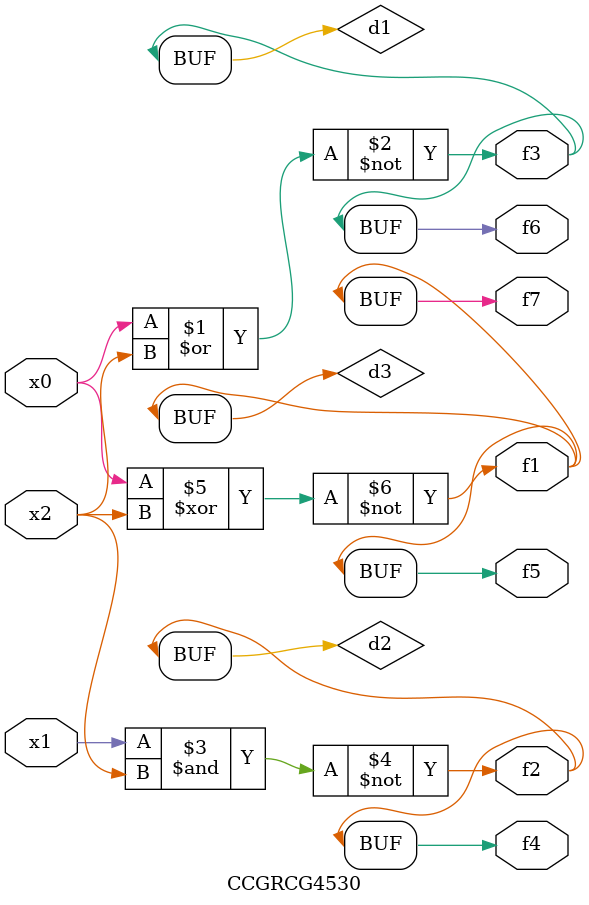
<source format=v>
module CCGRCG4530(
	input x0, x1, x2,
	output f1, f2, f3, f4, f5, f6, f7
);

	wire d1, d2, d3;

	nor (d1, x0, x2);
	nand (d2, x1, x2);
	xnor (d3, x0, x2);
	assign f1 = d3;
	assign f2 = d2;
	assign f3 = d1;
	assign f4 = d2;
	assign f5 = d3;
	assign f6 = d1;
	assign f7 = d3;
endmodule

</source>
